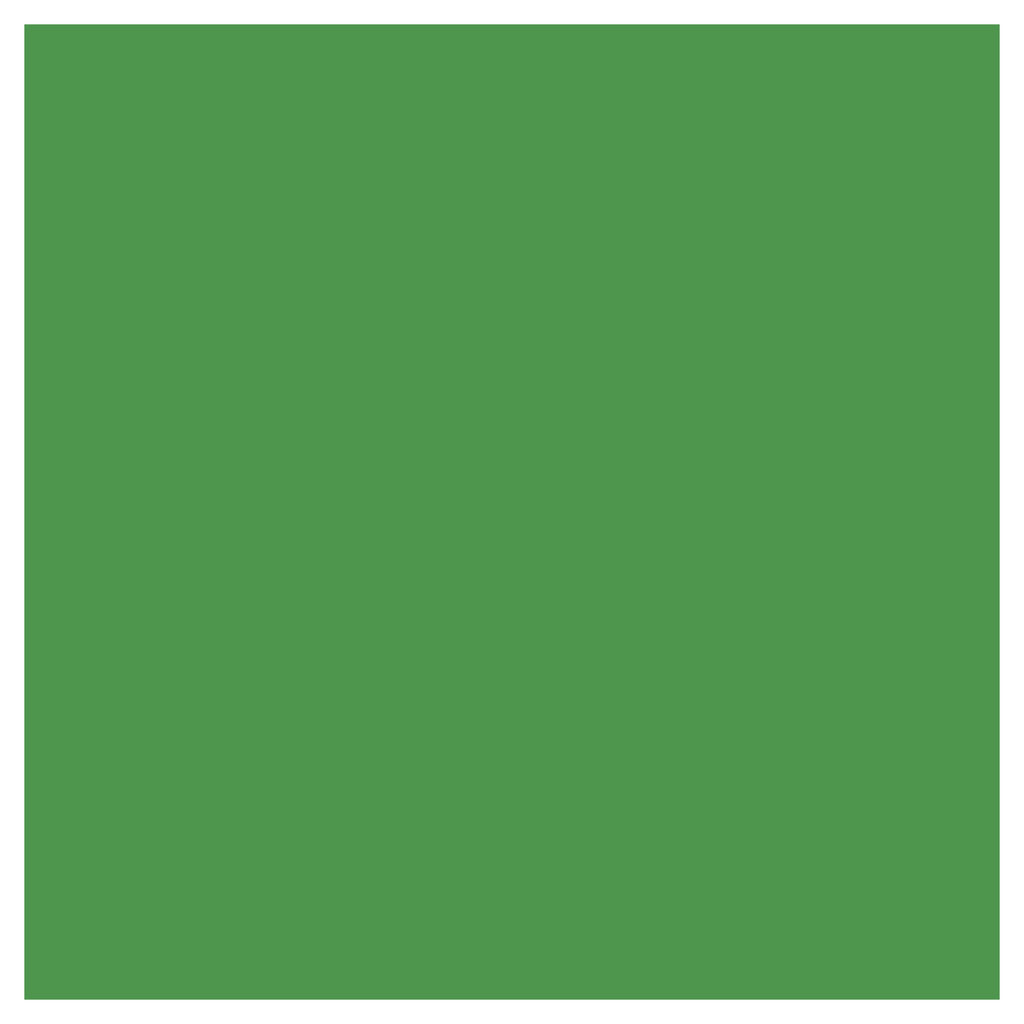
<source format=gbl>
G04 Filename: patchArray2x2.gbl*
G04 FileFunction: Copper,L2,Bot,Signal*
G04 Part: Single*
G04 ProjectId: patchArray2x2,3612FF9035D002ABA784B3A25AC1EC76,1*
G04 GenerationSoftware: MathWorks,MATLAB,23.2.0.2320655 (R2023b) Prerelease Update 3*
G04 CreationDate: 2023-12-23T21:13:92-0500*
G04 FilePolarity: Positive*
%FSLAX16Y16*%
%MOIN*%
%ADD11C,0.05905511811*%  G04 Connect ground to connector*
G04 Antenna metal layer 2*
%LPD*%
G01*
G36*
X-3937008Y-3937008D02*
X3937008D01*
Y3937008D01*
X-3937008D01*
Y-3937008D01*
G37*
G04 Add SMAEdge connector*
G04  - Add pads*
G36*
X-0137795D02*
X0137795D01*
Y-3751969D01*
X-0137795D01*
Y-3937008D01*
D02*
G37*
D11*
X-0111220Y-3854331D02*
Y-3751969D01*
X0111220Y-3854331D02*
Y-3751969D01*
G04 MD5: 8d57a9365ebb3cf7c7a24dbdb5956687f66243fafbaf5bd517313916e28eb5382a866554be694cbc136e101eacd056d8389b7f286caf7bbc5c5773dc8821*
M02*

</source>
